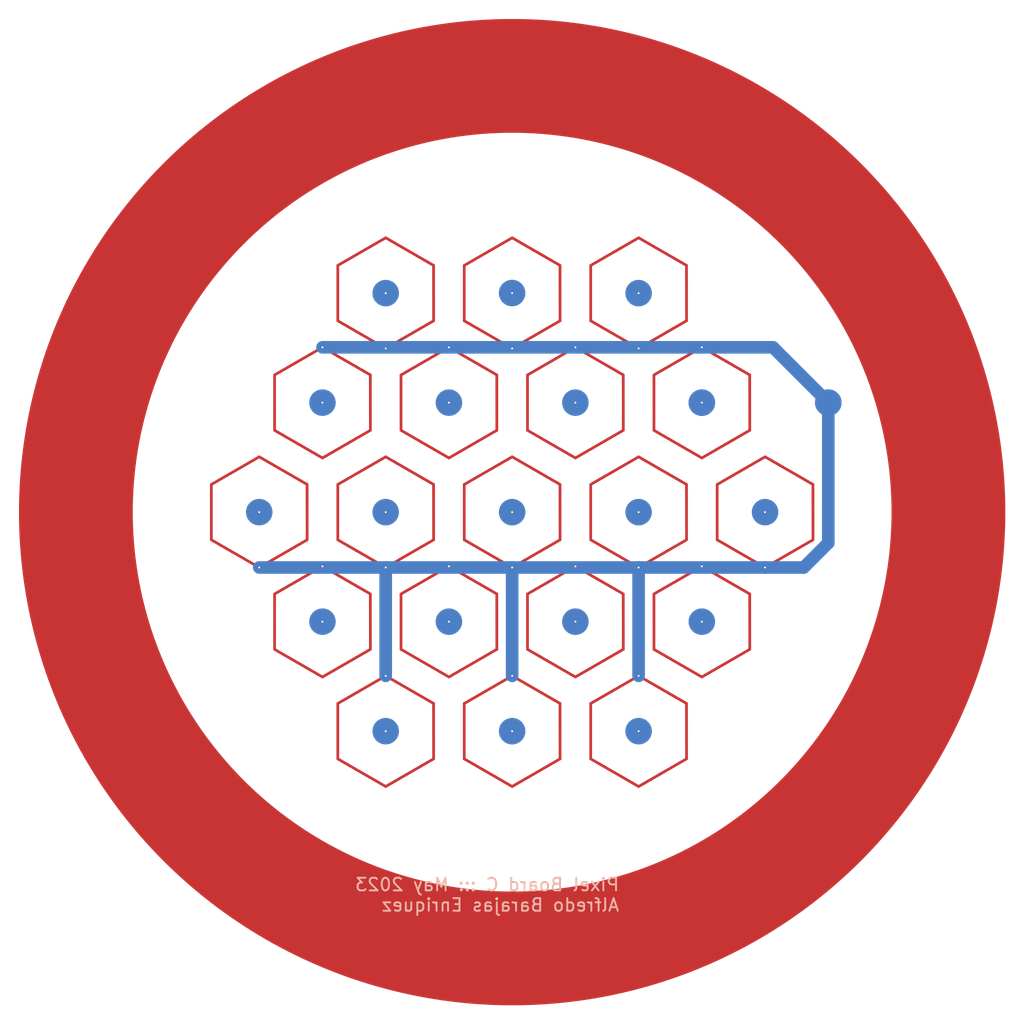
<source format=kicad_pcb>
(kicad_pcb (version 20221018) (generator pcbnew)
  (layers (0 "F.Cu" signal) (31 "B.Cu" signal) (34 "B.Paste" user) (35 "F.Paste" user) (36 "B.SilkS" user "B.Silkscreen") (37 "F.SilkS" user "F.Silkscreen") (38 "B.Mask" user) (39 "F.Mask" user) (44 "Edge.Cuts" user))
  (net 0 "")
  (footprint "Hex:Hex.Tile.Solid.G.Dot" (layer "F.Cu") (at 241.965 40.975 90)
    (fp_text reference "REF**15" hide)
    (fp_text value "Hex.Tile.Solid.G.Dot" hide)
    (fp_circle (center 0 0) (end 1 0) (stroke (width 0.001)) (fill solid) (layer "F.Cu"))
    (fp_poly (pts (xy -2.127378 -3.679234) (xy 2.126888 -3.679517) (xy 4.25 0) (xy 2.129018 3.675398) (xy -2.124428 3.680939) (xy -4.25 0) (xy -4.5 0) (xy -2.249394 3.897464) (xy 2.25558 3.893887) (xy 4.5 0) (xy 2.251999 -3.895959) (xy -2.252518 -3.895659) (xy -4.5 0) (xy -4.25 0)) (stroke (width 0.001)) (fill solid) (layer "F.Cu"))
  )
  (footprint "Hex:Hex.Tile.Solid.G.Dot" (layer "F.Cu") (at 216.965 49.635 90)
    (fp_text reference "REF**53" hide)
    (fp_text value "Hex.Tile.Solid.G.Dot" hide)
    (fp_circle (center 0 0) (end 1 0) (stroke (width 0.001)) (fill solid) (layer "F.Cu"))
    (fp_poly (pts (xy -2.127378 -3.679234) (xy 2.126888 -3.679517) (xy 4.25 0) (xy 2.129018 3.675398) (xy -2.124428 3.680939) (xy -4.25 0) (xy -4.5 0) (xy -2.249394 3.897464) (xy 2.25558 3.893887) (xy 4.5 0) (xy 2.251999 -3.895959) (xy -2.252518 -3.895659) (xy -4.5 0) (xy -4.25 0)) (stroke (width 0.001)) (fill solid) (layer "F.Cu"))
  )
  (footprint "Hex:Hex.Tile.Solid.G.Dot" (layer "F.Cu") (at 246.965 66.955 90)
    (fp_text reference "REF**33" hide)
    (fp_text value "Hex.Tile.Solid.G.Dot" hide)
    (fp_circle (center 0 0) (end 1 0) (stroke (width 0.001)) (fill solid) (layer "F.Cu"))
    (fp_poly (pts (xy -2.127378 -3.679234) (xy 2.126888 -3.679517) (xy 4.25 0) (xy 2.129018 3.675398) (xy -2.124428 3.680939) (xy -4.25 0) (xy -4.5 0) (xy -2.249394 3.897464) (xy 2.25558 3.893887) (xy 4.5 0) (xy 2.251999 -3.895959) (xy -2.252518 -3.895659) (xy -4.5 0) (xy -4.25 0)) (stroke (width 0.001)) (fill solid) (layer "F.Cu"))
  )
  (footprint "Hex:Hex.Tile.Solid.G.Dot" (layer "F.Cu") (at 221.965 75.615 90)
    (fp_text reference "REF**71" hide)
    (fp_text value "Hex.Tile.Solid.G.Dot" hide)
    (fp_circle (center 0 0) (end 1 0) (stroke (width 0.001)) (fill solid) (layer "F.Cu"))
    (fp_poly (pts (xy -2.127378 -3.679234) (xy 2.126888 -3.679517) (xy 4.25 0) (xy 2.129018 3.675398) (xy -2.124428 3.680939) (xy -4.25 0) (xy -4.5 0) (xy -2.249394 3.897464) (xy 2.25558 3.893887) (xy 4.5 0) (xy 2.251999 -3.895959) (xy -2.252518 -3.895659) (xy -4.5 0) (xy -4.25 0)) (stroke (width 0.001)) (fill solid) (layer "F.Cu"))
  )
  (footprint "Hex:Hex.Tile.Solid.G.Dot" (layer "F.Cu") (at 241.965 58.295 90)
    (fp_text reference "REF**3" hide)
    (fp_text value "Hex.Tile.Solid.G.Dot" hide)
    (fp_circle (center 0 0) (end 1 0) (stroke (width 0.001)) (fill solid) (layer "F.Cu"))
    (fp_poly (pts (xy -2.127378 -3.679234) (xy 2.126888 -3.679517) (xy 4.25 0) (xy 2.129018 3.675398) (xy -2.124428 3.680939) (xy -4.25 0) (xy -4.5 0) (xy -2.249394 3.897464) (xy 2.25558 3.893887) (xy 4.5 0) (xy 2.251999 -3.895959) (xy -2.252518 -3.895659) (xy -4.5 0) (xy -4.25 0)) (stroke (width 0.001)) (fill solid) (layer "F.Cu"))
  )
  (footprint "Hex:Hex.Tile.Solid.G.Dot" (layer "F.Cu") (at 216.965 66.955 90)
    (fp_text reference "REF**68" hide)
    (fp_text value "Hex.Tile.Solid.G.Dot" hide)
    (fp_circle (center 0 0) (end 1 0) (stroke (width 0.001)) (fill solid) (layer "F.Cu"))
    (fp_poly (pts (xy -2.127378 -3.679234) (xy 2.126888 -3.679517) (xy 4.25 0) (xy 2.129018 3.675398) (xy -2.124428 3.680939) (xy -4.25 0) (xy -4.5 0) (xy -2.249394 3.897464) (xy 2.25558 3.893887) (xy 4.5 0) (xy 2.251999 -3.895959) (xy -2.252518 -3.895659) (xy -4.5 0) (xy -4.25 0)) (stroke (width 0.001)) (fill solid) (layer "F.Cu"))
  )
  (footprint "Hex:Hex.Tile.Solid.G.Dot" (layer "F.Cu") (at 221.965 58.295 90)
    (fp_text reference "REF**64" hide)
    (fp_text value "Hex.Tile.Solid.G.Dot" hide)
    (fp_circle (center 0 0) (end 1 0) (stroke (width 0.001)) (fill solid) (layer "F.Cu"))
    (fp_poly (pts (xy -2.127378 -3.679234) (xy 2.126888 -3.679517) (xy 4.25 0) (xy 2.129018 3.675398) (xy -2.124428 3.680939) (xy -4.25 0) (xy -4.5 0) (xy -2.249394 3.897464) (xy 2.25558 3.893887) (xy 4.5 0) (xy 2.251999 -3.895959) (xy -2.252518 -3.895659) (xy -4.5 0) (xy -4.25 0)) (stroke (width 0.001)) (fill solid) (layer "F.Cu"))
  )
  (footprint "Hex:Hex.Tile.Solid.G.Dot" (layer "F.Cu") (at 231.965 58.295 90)
    (fp_text reference "REF**" hide)
    (fp_text value "Hex.Tile.Solid.G.Dot" hide)
    (fp_circle (center 0 0) (end 1 0) (stroke (width 0.001)) (fill solid) (layer "F.Cu"))
    (fp_poly (pts (xy -2.127378 -3.679234) (xy 2.126888 -3.679517) (xy 4.25 0) (xy 2.129018 3.675398) (xy -2.124428 3.680939) (xy -4.25 0) (xy -4.5 0) (xy -2.249394 3.897464) (xy 2.25558 3.893887) (xy 4.5 0) (xy 2.251999 -3.895959) (xy -2.252518 -3.895659) (xy -4.5 0) (xy -4.25 0)) (stroke (width 0.001)) (fill solid) (layer "F.Cu"))
  )
  (footprint "Hex:Hex.Tile.Solid.G.Dot" (layer "F.Cu") (at 226.965 49.635 90)
    (fp_text reference "REF**9" hide)
    (fp_text value "Hex.Tile.Solid.G.Dot" hide)
    (fp_circle (center 0 0) (end 1 0) (stroke (width 0.001)) (fill solid) (layer "F.Cu"))
    (fp_poly (pts (xy -2.127378 -3.679234) (xy 2.126888 -3.679517) (xy 4.25 0) (xy 2.129018 3.675398) (xy -2.124428 3.680939) (xy -4.25 0) (xy -4.5 0) (xy -2.249394 3.897464) (xy 2.25558 3.893887) (xy 4.5 0) (xy 2.251999 -3.895959) (xy -2.252518 -3.895659) (xy -4.5 0) (xy -4.25 0)) (stroke (width 0.001)) (fill solid) (layer "F.Cu"))
  )
  (footprint "Hex:Hex.Tile.Solid.G.Dot" (layer "F.Cu") (at 236.965 49.635 90)
    (fp_text reference "REF**10" hide)
    (fp_text value "Hex.Tile.Solid.G.Dot" hide)
    (fp_circle (center 0 0) (end 1 0) (stroke (width 0.001)) (fill solid) (layer "F.Cu"))
    (fp_poly (pts (xy -2.127378 -3.679234) (xy 2.126888 -3.679517) (xy 4.25 0) (xy 2.129018 3.675398) (xy -2.124428 3.680939) (xy -4.25 0) (xy -4.5 0) (xy -2.249394 3.897464) (xy 2.25558 3.893887) (xy 4.5 0) (xy 2.251999 -3.895959) (xy -2.252518 -3.895659) (xy -4.5 0) (xy -4.25 0)) (stroke (width 0.001)) (fill solid) (layer "F.Cu"))
  )
  (footprint "Hex:Hex.Tile.Solid.G.Dot" (layer "F.Cu") (at 241.965 75.615 90)
    (fp_text reference "REF**38" hide)
    (fp_text value "Hex.Tile.Solid.G.Dot" hide)
    (fp_circle (center 0 0) (end 1 0) (stroke (width 0.001)) (fill solid) (layer "F.Cu"))
    (fp_poly (pts (xy -2.127378 -3.679234) (xy 2.126888 -3.679517) (xy 4.25 0) (xy 2.129018 3.675398) (xy -2.124428 3.680939) (xy -4.25 0) (xy -4.5 0) (xy -2.249394 3.897464) (xy 2.25558 3.893887) (xy 4.5 0) (xy 2.251999 -3.895959) (xy -2.252518 -3.895659) (xy -4.5 0) (xy -4.25 0)) (stroke (width 0.001)) (fill solid) (layer "F.Cu"))
  )
  (footprint "Hex:Hex.Tile.Solid.G.Dot" (layer "F.Cu") (at 226.965 66.955 90)
    (fp_text reference "REF**67" hide)
    (fp_text value "Hex.Tile.Solid.G.Dot" hide)
    (fp_circle (center 0 0) (end 1 0) (stroke (width 0.001)) (fill solid) (layer "F.Cu"))
    (fp_poly (pts (xy -2.127378 -3.679234) (xy 2.126888 -3.679517) (xy 4.25 0) (xy 2.129018 3.675398) (xy -2.124428 3.680939) (xy -4.25 0) (xy -4.5 0) (xy -2.249394 3.897464) (xy 2.25558 3.893887) (xy 4.5 0) (xy 2.251999 -3.895959) (xy -2.252518 -3.895659) (xy -4.5 0) (xy -4.25 0)) (stroke (width 0.001)) (fill solid) (layer "F.Cu"))
  )
  (footprint "Hex:Hex.Tile.Solid.G.Dot" (layer "F.Cu") (at 236.965 66.955 90)
    (fp_text reference "REF**30" hide)
    (fp_text value "Hex.Tile.Solid.G.Dot" hide)
    (fp_circle (center 0 0) (end 1 0) (stroke (width 0.001)) (fill solid) (layer "F.Cu"))
    (fp_poly (pts (xy -2.127378 -3.679234) (xy 2.126888 -3.679517) (xy 4.25 0) (xy 2.129018 3.675398) (xy -2.124428 3.680939) (xy -4.25 0) (xy -4.5 0) (xy -2.249394 3.897464) (xy 2.25558 3.893887) (xy 4.5 0) (xy 2.251999 -3.895959) (xy -2.252518 -3.895659) (xy -4.5 0) (xy -4.25 0)) (stroke (width 0.001)) (fill solid) (layer "F.Cu"))
  )
  (footprint "Hex:Hex.Tile.Solid.G.Dot" (layer "F.Cu") (at 221.965 40.975 90)
    (fp_text reference "REF**13" hide)
    (fp_text value "Hex.Tile.Solid.G.Dot" hide)
    (fp_circle (center 0 0) (end 1 0) (stroke (width 0.001)) (fill solid) (layer "F.Cu"))
    (fp_poly (pts (xy -2.127378 -3.679234) (xy 2.126888 -3.679517) (xy 4.25 0) (xy 2.129018 3.675398) (xy -2.124428 3.680939) (xy -4.25 0) (xy -4.5 0) (xy -2.249394 3.897464) (xy 2.25558 3.893887) (xy 4.5 0) (xy 2.251999 -3.895959) (xy -2.252518 -3.895659) (xy -4.5 0) (xy -4.25 0)) (stroke (width 0.001)) (fill solid) (layer "F.Cu"))
  )
  (footprint "Hex:Hex.Tile.Solid.G.Dot" (layer "F.Cu") (at 231.965 40.975 90)
    (fp_text reference "REF**14" hide)
    (fp_text value "Hex.Tile.Solid.G.Dot" hide)
    (fp_circle (center 0 0) (end 1 0) (stroke (width 0.001)) (fill solid) (layer "F.Cu"))
    (fp_poly (pts (xy -2.127378 -3.679234) (xy 2.126888 -3.679517) (xy 4.25 0) (xy 2.129018 3.675398) (xy -2.124428 3.680939) (xy -4.25 0) (xy -4.5 0) (xy -2.249394 3.897464) (xy 2.25558 3.893887) (xy 4.5 0) (xy 2.251999 -3.895959) (xy -2.252518 -3.895659) (xy -4.5 0) (xy -4.25 0)) (stroke (width 0.001)) (fill solid) (layer "F.Cu"))
  )
  (footprint "Hex:Hex.Tile.Solid.G.Dot" (layer "F.Cu") (at 251.965 58.295 90)
    (fp_text reference "REF**6" hide)
    (fp_text value "Hex.Tile.Solid.G.Dot" hide)
    (fp_circle (center 0 0) (end 1 0) (stroke (width 0.001)) (fill solid) (layer "F.Cu"))
    (fp_poly (pts (xy -2.127378 -3.679234) (xy 2.126888 -3.679517) (xy 4.25 0) (xy 2.129018 3.675398) (xy -2.124428 3.680939) (xy -4.25 0) (xy -4.5 0) (xy -2.249394 3.897464) (xy 2.25558 3.893887) (xy 4.5 0) (xy 2.251999 -3.895959) (xy -2.252518 -3.895659) (xy -4.5 0) (xy -4.25 0)) (stroke (width 0.001)) (fill solid) (layer "F.Cu"))
  )
  (footprint "Hex:Hex.Tile.Solid.G.Dot" (layer "F.Cu") (at 246.965 49.635 90)
    (fp_text reference "REF**11" hide)
    (fp_text value "Hex.Tile.Solid.G.Dot" hide)
    (fp_circle (center 0 0) (end 1 0) (stroke (width 0.001)) (fill solid) (layer "F.Cu"))
    (fp_poly (pts (xy -2.127378 -3.679234) (xy 2.126888 -3.679517) (xy 4.25 0) (xy 2.129018 3.675398) (xy -2.124428 3.680939) (xy -4.25 0) (xy -4.5 0) (xy -2.249394 3.897464) (xy 2.25558 3.893887) (xy 4.5 0) (xy 2.251999 -3.895959) (xy -2.252518 -3.895659) (xy -4.5 0) (xy -4.25 0)) (stroke (width 0.001)) (fill solid) (layer "F.Cu"))
  )
  (footprint "Hex:Hex.Tile.Solid.G.Dot" (layer "F.Cu") (at 231.965 75.615 90)
    (fp_text reference "REF**80" hide)
    (fp_text value "Hex.Tile.Solid.G.Dot" hide)
    (fp_circle (center 0 0) (end 1 0) (stroke (width 0.001)) (fill solid) (layer "F.Cu"))
    (fp_poly (pts (xy -2.127378 -3.679234) (xy 2.126888 -3.679517) (xy 4.25 0) (xy 2.129018 3.675398) (xy -2.124428 3.680939) (xy -4.25 0) (xy -4.5 0) (xy -2.249394 3.897464) (xy 2.25558 3.893887) (xy 4.5 0) (xy 2.251999 -3.895959) (xy -2.252518 -3.895659) (xy -4.5 0) (xy -4.25 0)) (stroke (width 0.001)) (fill solid) (layer "F.Cu"))
  )
  (footprint "Hex:Hex.Tile.Solid.G.Dot" (layer "F.Cu") (at 211.965 58.295 90)
    (fp_text reference "REF**50" hide)
    (fp_text value "Hex.Tile.Solid.G.Dot" hide)
    (fp_circle (center 0 0) (end 1 0) (stroke (width 0.001)) (fill solid) (layer "F.Cu"))
    (fp_poly (pts (xy -2.127378 -3.679234) (xy 2.126888 -3.679517) (xy 4.25 0) (xy 2.129018 3.675398) (xy -2.124428 3.680939) (xy -4.25 0) (xy -4.5 0) (xy -2.249394 3.897464) (xy 2.25558 3.893887) (xy 4.5 0) (xy 2.251999 -3.895959) (xy -2.252518 -3.895659) (xy -4.5 0) (xy -4.25 0)) (stroke (width 0.001)) (fill solid) (layer "F.Cu"))
  )
  (gr_circle (center 231.965 58.295) (end 266.465 58.295) (stroke (width 9)) (fill none) (layer "F.Cu"))
  (gr_circle (center 236.965 66.955) (end 237.965 66.955) (stroke (width 0.1)) (fill solid) (layer "B.Cu"))
  (gr_circle (center 256.965 49.635) (end 257.965 49.635) (stroke (width 0.1)) (fill solid) (layer "B.Cu"))
  (gr_circle (center 231.961263 40.968737) (end 232.961263 40.968737) (stroke (width 0.1)) (fill solid) (layer "B.Cu"))
  (gr_circle (center 231.965 58.295) (end 232.965 58.295) (stroke (width 0.1)) (fill solid) (layer "B.Cu"))
  (gr_circle (center 231.965 75.615) (end 232.965 75.615) (stroke (width 0.1)) (fill solid) (layer "B.Cu"))
  (gr_circle (center 256.965 49.635) (end 257.965 49.635) (stroke (width 0.1)) (fill solid) (layer "B.Cu"))
  (gr_circle (center 226.965 66.955) (end 227.965 66.955) (stroke (width 0.1)) (fill solid) (layer "B.Cu"))
  (gr_circle (center 246.965 49.635) (end 247.965 49.635) (stroke (width 0.1)) (fill solid) (layer "B.Cu"))
  (gr_circle (center 251.965 58.295) (end 252.965 58.295) (stroke (width 0.1)) (fill solid) (layer "B.Cu"))
  (gr_circle (center 226.965 49.635) (end 227.965 49.635) (stroke (width 0.1)) (fill solid) (layer "B.Cu"))
  (gr_circle (center 221.965 75.615) (end 222.965 75.615) (stroke (width 0.1)) (fill solid) (layer "B.Cu"))
  (gr_circle (center 241.965 40.975) (end 242.965 40.975) (stroke (width 0.1)) (fill solid) (layer "B.Cu"))
  (gr_circle (center 221.965 58.295) (end 222.965 58.295) (stroke (width 0.1)) (fill solid) (layer "B.Cu"))
  (gr_circle (center 216.965 49.635) (end 217.965 49.635) (stroke (width 0.1)) (fill solid) (layer "B.Cu"))
  (gr_circle (center 241.965 75.615) (end 242.965 75.615) (stroke (width 0.1)) (fill solid) (layer "B.Cu"))
  (gr_circle (center 236.965 49.635) (end 237.965 49.635) (stroke (width 0.1)) (fill solid) (layer "B.Cu"))
  (gr_circle (center 246.965 49.635) (end 247.965 49.635) (stroke (width 0.1)) (fill solid) (layer "B.Cu"))
  (gr_circle (center 241.965 58.295) (end 242.965 58.295) (stroke (width 0.1)) (fill solid) (layer "B.Cu"))
  (gr_circle (center 211.965 58.295) (end 212.965 58.295) (stroke (width 0.1)) (fill solid) (layer "B.Cu"))
  (gr_circle (center 216.965 66.955) (end 217.965 66.955) (stroke (width 0.1)) (fill solid) (layer "B.Cu"))
  (gr_circle (center 246.965 66.955) (end 247.965 66.955) (stroke (width 0.1)) (fill solid) (layer "B.Cu"))
  (gr_circle (center 221.965 40.975) (end 222.965 40.975) (stroke (width 0.1)) (fill solid) (layer "B.Cu"))
  (gr_circle (center 231.965 23.295) (end 233.465 23.295) (stroke (width 0.001)) (fill none) (layer "Edge.Cuts"))
  (gr_circle (center 231.965 58.295) (end 270.965 58.295) (stroke (width 0.001)) (fill none) (layer "Edge.Cuts"))
  (gr_circle (center 262.275889 75.795) (end 263.775889 75.795) (stroke (width 0.001)) (fill none) (layer "Edge.Cuts"))
  (gr_circle (center 201.654111 75.795) (end 203.154111 75.795) (stroke (width 0.001)) (fill none) (layer "Edge.Cuts"))
  (gr_text "Pixel Board C ::: May 2023\nAlfredo Barajas Enriquez\n" (at 240.515237 89.944937) (layer "B.SilkS") (effects (font (size 1 1)) (justify left bottom mirror)))
  (via blind (at 236.965 62.58) (size 0.25) (drill 0.15) (layers "F.Cu" "B.Cu") (net 0))
  (via blind (at 216.965 45.26) (size 0.25) (drill 0.15) (layers "F.Cu" "B.Cu") (net 0))
  (via blind (at 216.965 49.635) (size 0.25) (drill 0.15) (layers "F.Cu" "B.Cu") (net 0))
  (via blind (at 221.965 75.615) (size 0.25) (drill 0.15) (layers "F.Cu" "B.Cu") (net 0))
  (via blind (at 241.965 71.24) (size 0.25) (drill 0.15) (layers "F.Cu" "B.Cu") (net 0))
  (via blind (at 241.965 62.67) (size 0.25) (drill 0.15) (layers "F.Cu" "B.Cu") (net 0))
  (via blind (at 246.965 49.635) (size 0.25) (drill 0.15) (layers "F.Cu" "B.Cu") (net 0))
  (via blind (at 226.965 66.955) (size 0.25) (drill 0.15) (layers "F.Cu" "B.Cu") (net 0))
  (via blind (at 246.965 66.955) (size 0.25) (drill 0.15) (layers "F.Cu" "B.Cu") (net 0))
  (via blind (at 251.965 62.67) (size 0.25) (drill 0.15) (layers "F.Cu" "B.Cu") (net 0))
  (via blind (at 221.965 71.24) (size 0.25) (drill 0.15) (layers "F.Cu" "B.Cu") (net 0))
  (via blind (at 246.965 45.26) (size 0.25) (drill 0.15) (layers "F.Cu" "B.Cu") (net 0))
  (via blind (at 226.965 45.26) (size 0.25) (drill 0.15) (layers "F.Cu" "B.Cu") (net 0))
  (via blind (at 226.965 49.635) (size 0.25) (drill 0.15) (layers "F.Cu" "B.Cu") (net 0))
  (via blind (at 221.965 62.67) (size 0.25) (drill 0.15) (layers "F.Cu" "B.Cu") (net 0))
  (via blind (at 211.965 62.67) (size 0.25) (drill 0.15) (layers "F.Cu" "B.Cu") (net 0))
  (via blind (at 221.965 45.35) (size 0.25) (drill 0.15) (layers "F.Cu" "B.Cu") (net 0))
  (via blind (at 231.965 75.615) (size 0.25) (drill 0.15) (layers "F.Cu" "B.Cu") (net 0))
  (via blind (at 241.965 75.615) (size 0.25) (drill 0.15) (layers "F.Cu" "B.Cu") (net 0))
  (via blind (at 231.965 40.975) (size 0.25) (drill 0.15) (layers "F.Cu" "B.Cu") (net 0))
  (via blind (at 236.965 49.635) (size 0.25) (drill 0.15) (layers "F.Cu" "B.Cu") (net 0))
  (via blind (at 241.965 45.35) (size 0.25) (drill 0.15) (layers "F.Cu" "B.Cu") (net 0))
  (via blind (at 216.965 62.58) (size 0.25) (drill 0.15) (layers "F.Cu" "B.Cu") (net 0))
  (via blind (at 231.965 58.295) (size 0.25) (drill 0.15) (layers "F.Cu" "B.Cu") (net 0))
  (via blind (at 216.965 66.955) (size 0.25) (drill 0.15) (layers "F.Cu" "B.Cu") (net 0))
  (via blind (at 246.965 62.58) (size 0.25) (drill 0.15) (layers "F.Cu" "B.Cu") (net 0))
  (via blind (at 231.965 45.35) (size 0.25) (drill 0.15) (layers "F.Cu" "B.Cu") (net 0))
  (via blind (at 231.965 62.67) (size 0.25) (drill 0.15) (layers "F.Cu" "B.Cu") (net 0))
  (via blind (at 236.965 45.26) (size 0.25) (drill 0.15) (layers "F.Cu" "B.Cu") (net 0))
  (via blind (at 211.965 58.295) (size 0.25) (drill 0.15) (layers "F.Cu" "B.Cu") (net 0))
  (via blind (at 251.965 58.295) (size 0.25) (drill 0.15) (layers "F.Cu" "B.Cu") (net 0))
  (via blind (at 226.965 62.58) (size 0.25) (drill 0.15) (layers "F.Cu" "B.Cu") (net 0))
  (via blind (at 241.965 40.975) (size 0.25) (drill 0.15) (layers "F.Cu" "B.Cu") (net 0))
  (via blind (at 221.965 58.295) (size 0.25) (drill 0.15) (layers "F.Cu" "B.Cu") (net 0))
  (via blind (at 231.965 71.24) (size 0.25) (drill 0.15) (layers "F.Cu" "B.Cu") (net 0))
  (via blind (at 241.965 58.295) (size 0.25) (drill 0.15) (layers "F.Cu" "B.Cu") (net 0))
  (via blind (at 236.965 66.955) (size 0.25) (drill 0.15) (layers "F.Cu" "B.Cu") (net 0))
  (via blind (at 221.965 40.975) (size 0.25) (drill 0.15) (layers "F.Cu" "B.Cu") (net 0))
  (segment (start 252.59 45.26) (end 256.965 49.635) (width 1) (layer "B.Cu") (net 0))
  (segment (start 211.965 62.67) (end 251.965 62.67) (width 1) (layer "B.Cu") (net 0))
  (segment (start 256.965 49.635) (end 256.965 60.73) (width 1) (layer "B.Cu") (net 0))
  (segment (start 216.965 45.26) (end 246.965 45.26) (width 1) (layer "B.Cu") (net 0))
  (segment (start 241.965 71.24) (end 241.965 62.67) (width 1) (layer "B.Cu") (net 0))
  (segment (start 231.965 71.24) (end 231.965 62.67) (width 1) (layer "B.Cu") (net 0))
  (segment (start 256.965 60.73) (end 255.025 62.67) (width 1) (layer "B.Cu") (net 0))
  (segment (start 246.965 45.26) (end 252.59 45.26) (width 1) (layer "B.Cu") (net 0))
  (segment (start 255.025 62.67) (end 251.965 62.67) (width 1) (layer "B.Cu") (net 0))
  (segment (start 221.965 71.24) (end 221.965 62.67) (width 1) (layer "B.Cu") (net 0))
)
</source>
